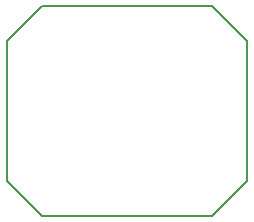
<source format=gko>
G04 DipTrace 2.4.0.2*
%INminiEL.gko*%
%MOMM*%
%ADD11C,0.14*%
%FSLAX53Y53*%
G04*
G71*
G90*
G75*
G01*
%LNBoardOutline*%
%LPD*%
X10000Y24821D2*
D11*
X12959Y27780D1*
X27361D1*
X30320Y24821D1*
Y12959D1*
X27361Y10000D1*
X12959D1*
X10000Y12959D1*
Y24821D1*
M02*

</source>
